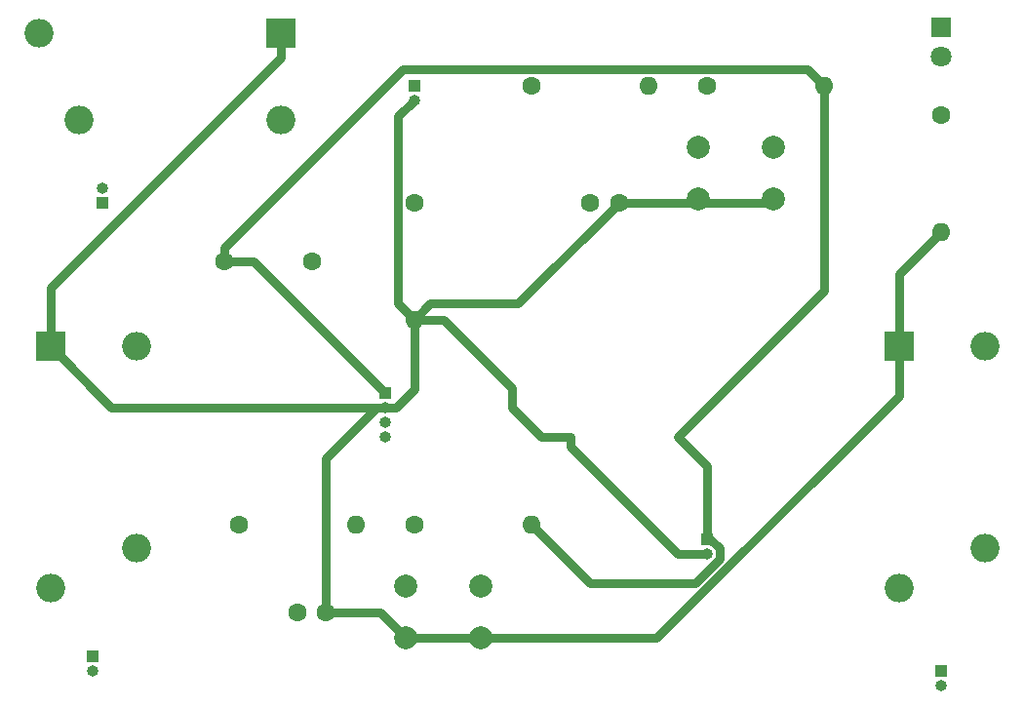
<source format=gbr>
%TF.GenerationSoftware,KiCad,Pcbnew,7.0.2*%
%TF.CreationDate,2023-06-25T21:00:02-03:00*%
%TF.ProjectId,horta,686f7274-612e-46b6-9963-61645f706362,rev?*%
%TF.SameCoordinates,Original*%
%TF.FileFunction,Copper,L2,Bot*%
%TF.FilePolarity,Positive*%
%FSLAX46Y46*%
G04 Gerber Fmt 4.6, Leading zero omitted, Abs format (unit mm)*
G04 Created by KiCad (PCBNEW 7.0.2) date 2023-06-25 21:00:02*
%MOMM*%
%LPD*%
G01*
G04 APERTURE LIST*
%TA.AperFunction,ComponentPad*%
%ADD10C,2.000000*%
%TD*%
%TA.AperFunction,ComponentPad*%
%ADD11C,1.600000*%
%TD*%
%TA.AperFunction,ComponentPad*%
%ADD12O,1.600000X1.600000*%
%TD*%
%TA.AperFunction,ComponentPad*%
%ADD13R,2.500000X2.500000*%
%TD*%
%TA.AperFunction,ComponentPad*%
%ADD14O,2.500000X2.500000*%
%TD*%
%TA.AperFunction,ComponentPad*%
%ADD15R,1.000000X1.000000*%
%TD*%
%TA.AperFunction,ComponentPad*%
%ADD16O,1.000000X1.000000*%
%TD*%
%TA.AperFunction,ComponentPad*%
%ADD17R,1.800000X1.800000*%
%TD*%
%TA.AperFunction,ComponentPad*%
%ADD18C,1.800000*%
%TD*%
%TA.AperFunction,Conductor*%
%ADD19C,0.800000*%
%TD*%
G04 APERTURE END LIST*
D10*
%TO.P,SW2,2,2*%
%TO.N,GND*%
X160990000Y-86070000D03*
X167490000Y-86070000D03*
%TO.P,SW2,1,1*%
%TO.N,Net-(R5-Pad2)*%
X160990000Y-81570000D03*
X167490000Y-81570000D03*
%TD*%
%TO.P,SW1,1,1*%
%TO.N,Net-(R1-Pad1)*%
X142090000Y-119670000D03*
X135590000Y-119670000D03*
%TO.P,SW1,2,2*%
%TO.N,GND*%
X142090000Y-124170000D03*
X135590000Y-124170000D03*
%TD*%
D11*
%TO.P,R7,1*%
%TO.N,Net-(D1-K)*%
X182020000Y-78740000D03*
D12*
%TO.P,R7,2*%
%TO.N,GND*%
X182020000Y-88900000D03*
%TD*%
%TO.P,R6,2*%
%TO.N,VCC*%
X171860000Y-76200000D03*
D11*
%TO.P,R6,1*%
%TO.N,Net-(R5-Pad2)*%
X161700000Y-76200000D03*
%TD*%
D12*
%TO.P,R5,2*%
%TO.N,Net-(R5-Pad2)*%
X156620000Y-76200000D03*
D11*
%TO.P,R5,1*%
%TO.N,Net-(U1-PB0)*%
X146460000Y-76200000D03*
%TD*%
D12*
%TO.P,R4,2*%
%TO.N,GND*%
X136300000Y-96520000D03*
D11*
%TO.P,R4,1*%
%TO.N,Net-(U1-PA2)*%
X136300000Y-86360000D03*
%TD*%
%TO.P,R3,1*%
%TO.N,VCC*%
X119800000Y-91440000D03*
%TO.P,R3,2*%
%TO.N,Net-(U1-PA2)*%
X127400000Y-91440000D03*
%TD*%
%TO.P,R2,1*%
%TO.N,Net-(U1-PA0)*%
X121060000Y-114300000D03*
D12*
%TO.P,R2,2*%
%TO.N,Net-(R1-Pad1)*%
X131220000Y-114300000D03*
%TD*%
D11*
%TO.P,R1,1*%
%TO.N,Net-(R1-Pad1)*%
X136300000Y-114300000D03*
D12*
%TO.P,R1,2*%
%TO.N,VCC*%
X146460000Y-114300000D03*
%TD*%
D13*
%TO.P,K3,1*%
%TO.N,GND*%
X178362500Y-98812500D03*
D14*
%TO.P,K3,3*%
%TO.N,Net-(J8-Pin_1)*%
X178362500Y-119812500D03*
%TO.P,K3,5*%
%TO.N,Net-(J8-Pin_2)*%
X185862500Y-116312500D03*
%TO.P,K3,6*%
%TO.N,Net-(U1-PB2)*%
X185862500Y-98812500D03*
%TD*%
D13*
%TO.P,K2,1*%
%TO.N,GND*%
X124707500Y-71682500D03*
D14*
%TO.P,K2,3*%
%TO.N,Net-(J7-Pin_1)*%
X103707500Y-71682500D03*
%TO.P,K2,5*%
%TO.N,Net-(J7-Pin_2)*%
X107207500Y-79182500D03*
%TO.P,K2,6*%
%TO.N,Net-(U1-PA5)*%
X124707500Y-79182500D03*
%TD*%
D13*
%TO.P,K1,1*%
%TO.N,GND*%
X104702500Y-98812500D03*
D14*
%TO.P,K1,3*%
%TO.N,Net-(J1-Pin_1)*%
X104702500Y-119812500D03*
%TO.P,K1,5*%
%TO.N,Net-(J1-Pin_2)*%
X112202500Y-116312500D03*
%TO.P,K1,6*%
%TO.N,Net-(U1-PA3)*%
X112202500Y-98812500D03*
%TD*%
D15*
%TO.P,J8,1,Pin_1*%
%TO.N,Net-(J8-Pin_1)*%
X182020000Y-127000000D03*
D16*
%TO.P,J8,2,Pin_2*%
%TO.N,Net-(J8-Pin_2)*%
X182020000Y-128270000D03*
%TD*%
D15*
%TO.P,J7,1,Pin_1*%
%TO.N,Net-(J7-Pin_1)*%
X109220000Y-86360000D03*
D16*
%TO.P,J7,2,Pin_2*%
%TO.N,Net-(J7-Pin_2)*%
X109220000Y-85090000D03*
%TD*%
D15*
%TO.P,J5,1,Pin_1*%
%TO.N,VCC*%
X133760000Y-102870000D03*
D16*
%TO.P,J5,2,Pin_2*%
%TO.N,GND*%
X133760000Y-104140000D03*
%TO.P,J5,3,Pin_3*%
%TO.N,unconnected-(J5-Pin_3-Pad3)*%
X133760000Y-105410000D03*
%TO.P,J5,4,Pin_4*%
%TO.N,Net-(J5-Pin_4)*%
X133760000Y-106680000D03*
%TD*%
D15*
%TO.P,J4,1,Pin_1*%
%TO.N,VCC*%
X161700000Y-115570000D03*
D16*
%TO.P,J4,2,Pin_2*%
%TO.N,GND*%
X161700000Y-116840000D03*
%TD*%
D15*
%TO.P,J2,1,Pin_1*%
%TO.N,Net-(J2-Pin_1)*%
X136300000Y-76200000D03*
D16*
%TO.P,J2,2,Pin_2*%
%TO.N,GND*%
X136300000Y-77470000D03*
%TD*%
D15*
%TO.P,J1,1,Pin_1*%
%TO.N,Net-(J1-Pin_1)*%
X108360000Y-125730000D03*
D16*
%TO.P,J1,2,Pin_2*%
%TO.N,Net-(J1-Pin_2)*%
X108360000Y-127000000D03*
%TD*%
D17*
%TO.P,D1,1,K*%
%TO.N,Net-(D1-K)*%
X182020000Y-71120000D03*
D18*
%TO.P,D1,2,A*%
%TO.N,Net-(D1-A)*%
X182020000Y-73660000D03*
%TD*%
D11*
%TO.P,C2,2*%
%TO.N,GND*%
X154080000Y-86360000D03*
%TO.P,C2,1*%
%TO.N,Net-(U1-PB0)*%
X151580000Y-86360000D03*
%TD*%
%TO.P,C1,2*%
%TO.N,GND*%
X128640000Y-121920000D03*
%TO.P,C1,1*%
%TO.N,Net-(U1-PA0)*%
X126140000Y-121920000D03*
%TD*%
D19*
%TO.N,GND*%
X124707500Y-73732500D02*
X104702500Y-93737500D01*
X104702500Y-93737500D02*
X104702500Y-98812500D01*
X124707500Y-71682500D02*
X124707500Y-73732500D01*
X159160000Y-116840000D02*
X161700000Y-116840000D01*
X149860000Y-106680000D02*
X149860000Y-107540000D01*
X144780000Y-102460000D02*
X144780000Y-104140000D01*
X144780000Y-104140000D02*
X147320000Y-106680000D01*
X138840000Y-96520000D02*
X144780000Y-102460000D01*
X136300000Y-96520000D02*
X138840000Y-96520000D01*
X147320000Y-106680000D02*
X149860000Y-106680000D01*
X149860000Y-107540000D02*
X159160000Y-116840000D01*
X178362500Y-92557500D02*
X182020000Y-88900000D01*
X178362500Y-98812500D02*
X178362500Y-92557500D01*
X178362500Y-103147349D02*
X178362500Y-98812500D01*
X157339849Y-124170000D02*
X178362500Y-103147349D01*
X142090000Y-124170000D02*
X157339849Y-124170000D01*
%TO.N,VCC*%
X122330000Y-91440000D02*
X133760000Y-102870000D01*
X119800000Y-91440000D02*
X122330000Y-91440000D01*
X160715635Y-119380000D02*
X151540000Y-119380000D01*
X162800000Y-117295635D02*
X160715635Y-119380000D01*
X162800000Y-116384365D02*
X162800000Y-117295635D01*
X151540000Y-119380000D02*
X146460000Y-114300000D01*
X161985635Y-115570000D02*
X162800000Y-116384365D01*
X161700000Y-115570000D02*
X161985635Y-115570000D01*
X135308630Y-74800000D02*
X119800000Y-90308630D01*
X170460000Y-74800000D02*
X135308630Y-74800000D01*
X171860000Y-76200000D02*
X170460000Y-74800000D01*
X119800000Y-90308630D02*
X119800000Y-91440000D01*
%TO.N,GND*%
X134900000Y-78870000D02*
X136300000Y-77470000D01*
X134900000Y-95120000D02*
X134900000Y-78870000D01*
X136300000Y-96520000D02*
X134900000Y-95120000D01*
X167200000Y-86360000D02*
X167490000Y-86070000D01*
X154080000Y-86360000D02*
X167200000Y-86360000D01*
X137700000Y-95120000D02*
X145320000Y-95120000D01*
X136300000Y-96520000D02*
X137700000Y-95120000D01*
X145320000Y-95120000D02*
X154080000Y-86360000D01*
X135590000Y-124170000D02*
X142090000Y-124170000D01*
X133340000Y-121920000D02*
X135590000Y-124170000D01*
X128640000Y-121920000D02*
X133340000Y-121920000D01*
X128640000Y-108552894D02*
X128640000Y-121920000D01*
X133052894Y-104140000D02*
X128640000Y-108552894D01*
X133760000Y-104140000D02*
X133052894Y-104140000D01*
X110030000Y-104140000D02*
X104702500Y-98812500D01*
X133760000Y-104140000D02*
X110030000Y-104140000D01*
X136300000Y-102530000D02*
X134690000Y-104140000D01*
X134690000Y-104140000D02*
X133760000Y-104140000D01*
X136300000Y-96520000D02*
X136300000Y-102530000D01*
%TO.N,VCC*%
X171860000Y-93980000D02*
X171860000Y-76200000D01*
X159160000Y-106680000D02*
X171860000Y-93980000D01*
X161700000Y-115570000D02*
X161700000Y-109220000D01*
X161700000Y-109220000D02*
X159160000Y-106680000D01*
%TD*%
M02*

</source>
